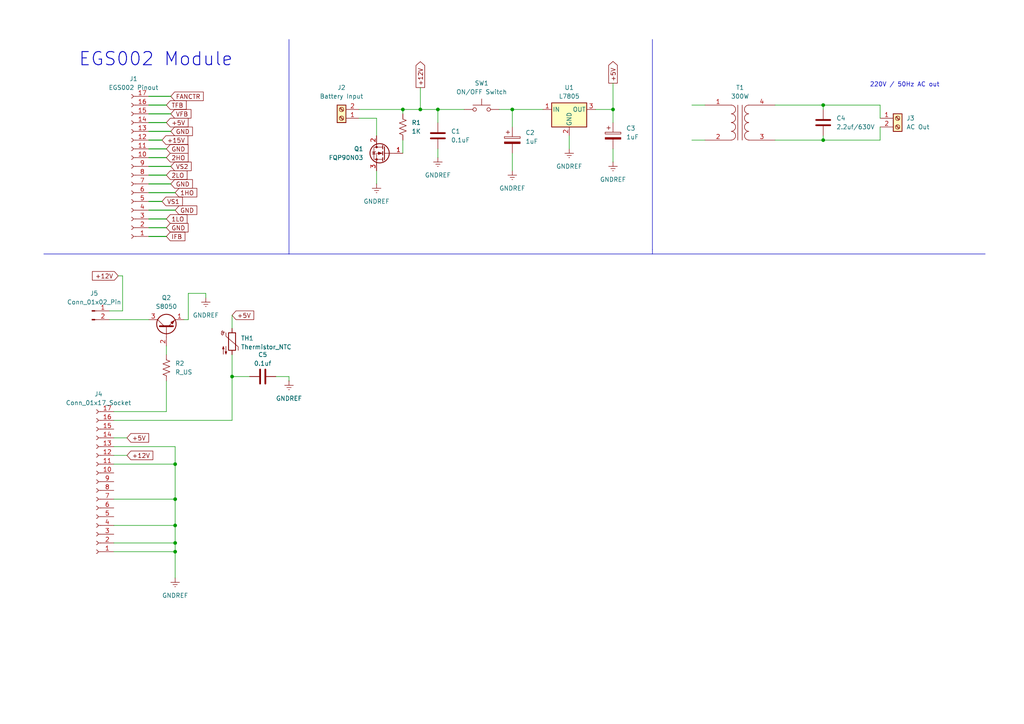
<source format=kicad_sch>
(kicad_sch (version 20250114) (generator "eeschema") (generator_version "9.0")
  (paper "A4")
  (lib_symbols
    (symbol "Connector:Conn_01x02_Pin" (pin_names (offset 1.016) (hide yes))
      (property "Reference" "J" (at 0 2.54 0))
      (property "Value" "Conn_01x02_Pin" (at 0 -5.08 0))
      (symbol "Conn_01x02_Pin_1_1"
        (rectangle (start 0.8636 0.127) (end 0 -0.127) (stroke (width 0.1524)) (fill (type outline)))
        (rectangle (start 0.8636 -2.413) (end 0 -2.667) (stroke (width 0.1524)) (fill (type outline)))
        (polyline (pts (xy 1.27 0) (xy 0.8636 0)) (stroke (width 0.1524)))
        (polyline (pts (xy 1.27 -2.54) (xy 0.8636 -2.54)) (stroke (width 0.1524)))
        (pin passive line (at 5.08 0 180) (length 3.81) (name "Pin_1") (number "1"))
        (pin passive line (at 5.08 -2.54 180) (length 3.81) (name "Pin_2") (number "2"))
      )
    )
    (symbol "Connector:Conn_01x17_Socket" (pin_names (offset 1.016) (hide yes))
      (property "Reference" "J" (at 0 22.86 0))
      (property "Value" "Conn_01x17_Socket" (at 0 -22.86 0))
      (symbol "Conn_01x17_Socket_1_1"
        (polyline (pts (xy -1.27 20.32) (xy -0.508 20.32)) (stroke (width 0.1524)))
        (polyline (pts (xy -1.27 17.78) (xy -0.508 17.78)) (stroke (width 0.1524)))
        (polyline (pts (xy -1.27 15.24) (xy -0.508 15.24)) (stroke (width 0.1524)))
        (polyline (pts (xy -1.27 12.7) (xy -0.508 12.7)) (stroke (width 0.1524)))
        (polyline (pts (xy -1.27 10.16) (xy -0.508 10.16)) (stroke (width 0.1524)))
        (polyline (pts (xy -1.27 7.62) (xy -0.508 7.62)) (stroke (width 0.1524)))
        (polyline (pts (xy -1.27 5.08) (xy -0.508 5.08)) (stroke (width 0.1524)))
        (polyline (pts (xy -1.27 2.54) (xy -0.508 2.54)) (stroke (width 0.1524)))
        (polyline (pts (xy -1.27 0) (xy -0.508 0)) (stroke (width 0.1524)))
        (polyline (pts (xy -1.27 -2.54) (xy -0.508 -2.54)) (stroke (width 0.1524)))
        (polyline (pts (xy -1.27 -5.08) (xy -0.508 -5.08)) (stroke (width 0.1524)))
        (polyline (pts (xy -1.27 -7.62) (xy -0.508 -7.62)) (stroke (width 0.1524)))
        (polyline (pts (xy -1.27 -10.16) (xy -0.508 -10.16)) (stroke (width 0.1524)))
        (polyline (pts (xy -1.27 -12.7) (xy -0.508 -12.7)) (stroke (width 0.1524)))
        (polyline (pts (xy -1.27 -15.24) (xy -0.508 -15.24)) (stroke (width 0.1524)))
        (polyline (pts (xy -1.27 -17.78) (xy -0.508 -17.78)) (stroke (width 0.1524)))
        (polyline (pts (xy -1.27 -20.32) (xy -0.508 -20.32)) (stroke (width 0.1524)))
        (arc (start 0 19.812) (mid -0.5058 20.32) (end 0 20.828) (stroke (width 0.1524)))
        (arc (start 0 17.272) (mid -0.5058 17.78) (end 0 18.288) (stroke (width 0.1524)))
        (arc (start 0 14.732) (mid -0.5058 15.24) (end 0 15.748) (stroke (width 0.1524)))
        (arc (start 0 12.192) (mid -0.5058 12.7) (end 0 13.208) (stroke (width 0.1524)))
        (arc (start 0 9.652) (mid -0.5058 10.16) (end 0 10.668) (stroke (width 0.1524)))
        (arc (start 0 7.112) (mid -0.5058 7.62) (end 0 8.128) (stroke (width 0.1524)))
        (arc (start 0 4.572) (mid -0.5058 5.08) (end 0 5.588) (stroke (width 0.1524)))
        (arc (start 0 2.032) (mid -0.5058 2.54) (end 0 3.048) (stroke (width 0.1524)))
        (arc (start 0 -0.508) (mid -0.5058 0) (end 0 0.508) (stroke (width 0.1524)))
        (arc (start 0 -3.048) (mid -0.5058 -2.54) (end 0 -2.032) (stroke (width 0.1524)))
        (arc (start 0 -5.588) (mid -0.5058 -5.08) (end 0 -4.572) (stroke (width 0.1524)))
        (arc (start 0 -8.128) (mid -0.5058 -7.62) (end 0 -7.112) (stroke (width 0.1524)))
        (arc (start 0 -10.668) (mid -0.5058 -10.16) (end 0 -9.652) (stroke (width 0.1524)))
        (arc (start 0 -13.208) (mid -0.5058 -12.7) (end 0 -12.192) (stroke (width 0.1524)))
        (arc (start 0 -15.748) (mid -0.5058 -15.24) (end 0 -14.732) (stroke (width 0.1524)))
        (arc (start 0 -18.288) (mid -0.5058 -17.78) (end 0 -17.272) (stroke (width 0.1524)))
        (arc (start 0 -20.828) (mid -0.5058 -20.32) (end 0 -19.812) (stroke (width 0.1524)))
        (pin passive line (at -5.08 20.32 0) (length 3.81) (name "Pin_1") (number "1"))
        (pin passive line (at -5.08 17.78 0) (length 3.81) (name "Pin_2") (number "2"))
        (pin passive line (at -5.08 15.24 0) (length 3.81) (name "Pin_3") (number "3"))
        (pin passive line (at -5.08 12.7 0) (length 3.81) (name "Pin_4") (number "4"))
        (pin passive line (at -5.08 10.16 0) (length 3.81) (name "Pin_5") (number "5"))
        (pin passive line (at -5.08 7.62 0) (length 3.81) (name "Pin_6") (number "6"))
        (pin passive line (at -5.08 5.08 0) (length 3.81) (name "Pin_7") (number "7"))
        (pin passive line (at -5.08 2.54 0) (length 3.81) (name "Pin_8") (number "8"))
        (pin passive line (at -5.08 0 0) (length 3.81) (name "Pin_9") (number "9"))
        (pin passive line (at -5.08 -2.54 0) (length 3.81) (name "Pin_10") (number "10"))
        (pin passive line (at -5.08 -5.08 0) (length 3.81) (name "Pin_11") (number "11"))
        (pin passive line (at -5.08 -7.62 0) (length 3.81) (name "Pin_12") (number "12"))
        (pin passive line (at -5.08 -10.16 0) (length 3.81) (name "Pin_13") (number "13"))
        (pin passive line (at -5.08 -12.7 0) (length 3.81) (name "Pin_14") (number "14"))
        (pin passive line (at -5.08 -15.24 0) (length 3.81) (name "Pin_15") (number "15"))
        (pin passive line (at -5.08 -17.78 0) (length 3.81) (name "Pin_16") (number "16"))
        (pin passive line (at -5.08 -20.32 0) (length 3.81) (name "Pin_17") (number "17"))
      )
    )
    (symbol "Connector:Screw_Terminal_01x02" (pin_names (offset 1.016) (hide yes))
      (property "Reference" "J" (at 0 2.54 0))
      (property "Value" "Screw_Terminal_01x02" (at 0 -5.08 0))
      (symbol "Screw_Terminal_01x02_1_1"
        (rectangle (start -1.27 1.27) (end 1.27 -3.81) (stroke (width 0.254)) (fill (type background)))
        (polyline (pts (xy -0.5334 0.3302) (xy 0.3302 -0.508)) (stroke (width 0.1524)))
        (polyline (pts (xy -0.5334 -2.2098) (xy 0.3302 -3.048)) (stroke (width 0.1524)))
        (polyline (pts (xy -0.3556 0.508) (xy 0.508 -0.3302)) (stroke (width 0.1524)))
        (polyline (pts (xy -0.3556 -2.032) (xy 0.508 -2.8702)) (stroke (width 0.1524)))
        (circle (center 0 0) (radius 0.635) (stroke (width 0.1524)))
        (circle (center 0 -2.54) (radius 0.635) (stroke (width 0.1524)))
        (pin passive line (at -5.08 0 0) (length 3.81) (name "Pin_1") (number "1"))
        (pin passive line (at -5.08 -2.54 0) (length 3.81) (name "Pin_2") (number "2"))
      )
    )
    (symbol "Device:C" (pin_numbers (hide yes)) (pin_names (offset 0.254))
      (property "Reference" "C" (at 0.635 2.54 0))
      (property "Value" "C" (at 0.635 -2.54 0))
      (symbol "C_0_1"
        (polyline (pts (xy -2.032 0.762) (xy 2.032 0.762)) (stroke (width 0.508)))
        (polyline (pts (xy -2.032 -0.762) (xy 2.032 -0.762)) (stroke (width 0.508)))
      )
      (symbol "C_1_1"
        (pin passive line (at 0 3.81 270) (length 2.794) (name "~") (number "1"))
        (pin passive line (at 0 -3.81 90) (length 2.794) (name "~") (number "2"))
      )
    )
    (symbol "Device:C_Polarized" (pin_numbers (hide yes)) (pin_names (offset 0.254))
      (property "Reference" "C" (at 0.635 2.54 0))
      (property "Value" "C_Polarized" (at 0.635 -2.54 0))
      (symbol "C_Polarized_0_1"
        (rectangle (start -2.286 0.508) (end 2.286 1.016))
        (polyline (pts (xy -1.778 2.286) (xy -0.762 2.286)))
        (polyline (pts (xy -1.27 2.794) (xy -1.27 1.778)))
        (rectangle (start 2.286 -0.508) (end -2.286 -1.016) (fill (type outline)))
      )
      (symbol "C_Polarized_1_1"
        (pin passive line (at 0 3.81 270) (length 2.794) (name "~") (number "1"))
        (pin passive line (at 0 -3.81 90) (length 2.794) (name "~") (number "2"))
      )
    )
    (symbol "Device:R_US" (pin_numbers (hide yes)) (pin_names (offset 0))
      (property "Reference" "R" (at 2.54 0 90))
      (property "Value" "R_US" (at -2.54 0 90))
      (symbol "R_US_0_1"
        (polyline (pts (xy 0 2.286) (xy 0 2.54)))
        (polyline (pts (xy 0 2.286) (xy 1.016 1.905) (xy 0 1.524) (xy -1.016 1.143) (xy 0 0.762)))
        (polyline (pts (xy 0 0.762) (xy 1.016 0.381) (xy 0 0) (xy -1.016 -0.381) (xy 0 -0.762)))
        (polyline (pts (xy 0 -0.762) (xy 1.016 -1.143) (xy 0 -1.524) (xy -1.016 -1.905) (xy 0 -2.286)))
        (polyline (pts (xy 0 -2.286) (xy 0 -2.54)))
      )
      (symbol "R_US_1_1"
        (pin passive line (at 0 3.81 270) (length 1.27) (name "~") (number "1"))
        (pin passive line (at 0 -3.81 90) (length 1.27) (name "~") (number "2"))
      )
    )
    (symbol "Device:Thermistor_NTC" (pin_numbers (hide yes)) (pin_names (offset 0))
      (property "Reference" "TH" (at -4.445 0 90))
      (property "Value" "Thermistor_NTC" (at 3.175 0 90))
      (symbol "Thermistor_NTC_0_1"
        (arc (start -3.175 2.413) (mid -3.0506 2.3165) (end -3.048 2.159))
        (arc (start -3.048 2.794) (mid -2.9736 2.9736) (end -2.794 3.048))
        (arc (start -2.794 3.048) (mid -2.6144 2.9736) (end -2.54 2.794))
        (arc (start -2.794 2.54) (mid -2.9736 2.6144) (end -3.048 2.794))
        (arc (start -2.794 1.905) (mid -2.9736 1.9794) (end -3.048 2.159))
        (arc (start -2.54 2.159) (mid -2.6144 1.9794) (end -2.794 1.905))
        (arc (start -2.159 2.794) (mid -2.434 2.5608) (end -2.794 2.54))
        (polyline (pts (xy -2.54 2.159) (xy -2.54 2.794)))
        (polyline (pts (xy -2.54 -3.683) (xy -2.54 -1.397) (xy -2.794 -2.159) (xy -2.286 -2.159) (xy -2.54 -1.397) (xy -2.54 -1.651)) (fill (type outline)))
        (polyline (pts (xy -1.778 2.54) (xy -1.778 1.524) (xy 1.778 -1.524) (xy 1.778 -2.54)))
        (polyline (pts (xy -1.778 -1.397) (xy -1.778 -3.683) (xy -2.032 -2.921) (xy -1.524 -2.921) (xy -1.778 -3.683) (xy -1.778 -3.429)) (fill (type outline)))
        (rectangle (start -1.016 2.54) (end 1.016 -2.54) (stroke (width 0.254)))
      )
      (symbol "Thermistor_NTC_1_1"
        (pin passive line (at 0 3.81 270) (length 1.27) (name "~") (number "1"))
        (pin passive line (at 0 -3.81 90) (length 1.27) (name "~") (number "2"))
      )
    )
    (symbol "Device:Transformer_1P_1S" (pin_names (offset 1.016) (hide yes))
      (property "Reference" "T" (at 0 6.35 0))
      (property "Value" "Transformer_1P_1S" (at 0 -7.62 0))
      (symbol "Transformer_1P_1S_0_1"
        (arc (start -1.27 3.81) (mid -1.656 2.9336) (end -2.54 2.5654))
        (arc (start -1.27 1.27) (mid -1.656 0.3936) (end -2.54 0.0254))
        (arc (start -1.27 -1.27) (mid -1.656 -2.1464) (end -2.54 -2.5146))
        (arc (start -1.27 -3.81) (mid -1.656 -4.6864) (end -2.54 -5.0546))
        (arc (start -2.54 5.08) (mid -1.642 4.708) (end -1.27 3.81))
        (arc (start -2.54 2.54) (mid -1.642 2.168) (end -1.27 1.27))
        (arc (start -2.54 0) (mid -1.642 -0.372) (end -1.27 -1.27))
        (arc (start -2.54 -2.54) (mid -1.642 -2.912) (end -1.27 -3.81))
        (polyline (pts (xy -0.635 5.08) (xy -0.635 -5.08)))
        (polyline (pts (xy 0.635 -5.08) (xy 0.635 5.08)))
        (arc (start 1.2954 3.81) (mid 1.6457 4.7117) (end 2.54 5.08))
        (arc (start 1.2954 1.27) (mid 1.6457 2.1717) (end 2.54 2.54))
        (arc (start 1.2954 -1.27) (mid 1.6457 -0.3683) (end 2.54 0))
        (arc (start 2.54 2.5654) (mid 1.6599 2.9299) (end 1.2954 3.81))
        (arc (start 2.54 0.0254) (mid 1.6599 0.3899) (end 1.2954 1.27))
        (arc (start 2.54 -2.5146) (mid 1.6599 -2.1501) (end 1.2954 -1.27))
        (arc (start 1.3208 -3.81) (mid 1.6711 -2.9085) (end 2.5654 -2.54))
        (arc (start 2.5654 -5.0546) (mid 1.6851 -4.6902) (end 1.3208 -3.81))
      )
      (symbol "Transformer_1P_1S_1_1"
        (pin passive line (at -10.16 5.08 0) (length 7.62) (name "AA") (number "1"))
        (pin passive line (at -10.16 -5.08 0) (length 7.62) (name "AB") (number "2"))
        (pin passive line (at 10.16 5.08 180) (length 7.62) (name "SB") (number "4"))
        (pin passive line (at 10.16 -5.08 180) (length 7.62) (name "SA") (number "3"))
      )
    )
    (symbol "Regulator_Linear:L7805" (pin_names (offset 0.254))
      (property "Reference" "U" (at -3.81 3.175 0))
      (property "Value" "L7805" (at 0 3.175 0))
      (symbol "L7805_0_1"
        (rectangle (start -5.08 1.905) (end 5.08 -5.08) (stroke (width 0.254)) (fill (type background)))
      )
      (symbol "L7805_1_1"
        (pin power_in line (at -7.62 0 0) (length 2.54) (name "IN") (number "1"))
        (pin power_in line (at 0 -7.62 90) (length 2.54) (name "GND") (number "2"))
        (pin power_out line (at 7.62 0 180) (length 2.54) (name "OUT") (number "3"))
      )
    )
    (symbol "Switch:SW_Push" (pin_numbers (hide yes)) (pin_names (offset 1.016) (hide yes))
      (property "Reference" "SW" (at 1.27 2.54 0))
      (property "Value" "SW_Push" (at 0 -1.524 0))
      (symbol "SW_Push_0_1"
        (circle (center -2.032 0) (radius 0.508))
        (polyline (pts (xy 0 1.27) (xy 0 3.048)))
        (circle (center 2.032 0) (radius 0.508))
        (polyline (pts (xy 2.54 1.27) (xy -2.54 1.27)))
        (pin passive line (at -5.08 0 0) (length 2.54) (name "1") (number "1"))
        (pin passive line (at 5.08 0 180) (length 2.54) (name "2") (number "2"))
      )
    )
    (symbol "Transistor_BJT:S8050" (pin_names (offset 0) (hide yes))
      (property "Reference" "Q" (at 5.08 1.905 0))
      (property "Value" "S8050" (at 5.08 0 0))
      (symbol "S8050_0_1"
        (polyline (pts (xy -2.54 0) (xy 0.635 0)))
        (polyline (pts (xy 0.635 1.905) (xy 0.635 -1.905)) (stroke (width 0.508)))
        (circle (center 1.27 0) (radius 2.8194) (stroke (width 0.254)))
      )
      (symbol "S8050_1_1"
        (polyline (pts (xy 0.635 0.635) (xy 2.54 2.54)))
        (polyline (pts (xy 0.635 -0.635) (xy 2.54 -2.54)))
        (polyline (pts (xy 1.27 -1.778) (xy 1.778 -1.27) (xy 2.286 -2.286) (xy 1.27 -1.778)) (fill (type outline)))
        (pin input line (at -5.08 0 0) (length 2.54) (name "B") (number "2"))
        (pin passive line (at 2.54 5.08 270) (length 2.54) (name "C") (number "3"))
        (pin passive line (at 2.54 -5.08 90) (length 2.54) (name "E") (number "1"))
      )
    )
    (symbol "Transistor_FET:IRF540N" (pin_names (hide yes))
      (property "Reference" "Q" (at 5.08 1.905 0))
      (property "Value" "IRF540N" (at 5.08 0 0))
      (symbol "IRF540N_0_1"
        (polyline (pts (xy 0.254 1.905) (xy 0.254 -1.905)) (stroke (width 0.254)))
        (polyline (pts (xy 0.254 0) (xy -2.54 0)))
        (polyline (pts (xy 0.762 2.286) (xy 0.762 1.27)) (stroke (width 0.254)))
        (polyline (pts (xy 0.762 0.508) (xy 0.762 -0.508)) (stroke (width 0.254)))
        (polyline (pts (xy 0.762 -1.27) (xy 0.762 -2.286)) (stroke (width 0.254)))
        (polyline (pts (xy 0.762 -1.778) (xy 3.302 -1.778) (xy 3.302 1.778) (xy 0.762 1.778)))
        (polyline (pts (xy 1.016 0) (xy 2.032 0.381) (xy 2.032 -0.381) (xy 1.016 0)) (fill (type outline)))
        (circle (center 1.651 0) (radius 2.794) (stroke (width 0.254)))
        (polyline (pts (xy 2.54 2.54) (xy 2.54 1.778)))
        (circle (center 2.54 1.778) (radius 0.254) (fill (type outline)))
        (circle (center 2.54 -1.778) (radius 0.254) (fill (type outline)))
        (polyline (pts (xy 2.54 -2.54) (xy 2.54 0) (xy 0.762 0)))
        (polyline (pts (xy 2.794 0.508) (xy 2.921 0.381) (xy 3.683 0.381) (xy 3.81 0.254)))
        (polyline (pts (xy 3.302 0.381) (xy 2.921 -0.254) (xy 3.683 -0.254) (xy 3.302 0.381)))
      )
      (symbol "IRF540N_1_1"
        (pin input line (at -5.08 0 0) (length 2.54) (name "G") (number "1"))
        (pin passive line (at 2.54 5.08 270) (length 2.54) (name "D") (number "2"))
        (pin passive line (at 2.54 -5.08 90) (length 2.54) (name "S") (number "3"))
      )
    )
    (symbol "power:GNDREF" (power) (pin_numbers (hide yes)) (pin_names (offset 0) (hide yes))
      (property "Value" "GNDREF" (at 0 -3.81 0))
      (symbol "GNDREF_0_1"
        (polyline (pts (xy -0.635 -1.905) (xy 0.635 -1.905)))
        (polyline (pts (xy -0.127 -2.54) (xy 0.127 -2.54)))
        (polyline (pts (xy 0 -1.27) (xy 0 0)))
        (polyline (pts (xy 1.27 -1.27) (xy -1.27 -1.27)))
      )
      (symbol "GNDREF_1_1"
        (pin power_in line (at 0 0 270) (length 0) (name "~") (number "1"))
      )
    )
  )
  (text "220V / 50Hz AC out " (at 262.89 24.638 0) (effects (font (size 1.27 1.27))))
  (text "EGS002 Module" (exclude_from_sim yes) (at 45.212 17.272 0) (effects (font (size 3.81 3.81) (thickness 0.254) (bold yes))))
  (junction (at 127 31.75))
  (junction (at 67.31 109.22))
  (junction (at 50.8 157.48))
  (junction (at 238.76 30.48))
  (junction (at 238.76 40.64))
  (junction (at 50.8 152.4))
  (junction (at 177.8 31.75))
  (junction (at 148.59 31.75))
  (junction (at 50.8 160.02))
  (junction (at 121.92 31.75))
  (junction (at 116.84 31.75))
  (junction (at 50.8 134.62))
  (junction (at 50.8 144.78))
  (wire (pts (xy 43.18 43.18) (xy 48.26 43.18)) (stroke (width 0.254)))
  (wire (pts (xy 43.18 30.48) (xy 48.26 30.48)) (stroke (width 0.254)))
  (wire (pts (xy 43.18 66.04) (xy 48.26 66.04)) (stroke (width 0.254)))
  (polyline (pts (xy 83.82 73.66) (xy 285.75 73.66)))
  (wire (pts (xy 116.84 31.75) (xy 116.84 33.02)))
  (wire (pts (xy 43.18 60.96) (xy 50.8 60.96)) (stroke (width 0.254)))
  (wire (pts (xy 148.59 31.75) (xy 157.48 31.75)))
  (wire (pts (xy 43.18 45.72) (xy 48.26 45.72)) (stroke (width 0.254)))
  (wire (pts (xy 43.18 38.1) (xy 49.53 38.1)) (stroke (width 0.254)))
  (wire (pts (xy 33.02 152.4) (xy 50.8 152.4)))
  (wire (pts (xy 109.22 49.53) (xy 109.22 53.34)))
  (wire (pts (xy 121.92 25.4) (xy 121.92 31.75)))
  (wire (pts (xy 50.8 144.78) (xy 50.8 152.4)))
  (wire (pts (xy 116.84 40.64) (xy 116.84 44.45)))
  (wire (pts (xy 67.31 109.22) (xy 67.31 102.87)))
  (wire (pts (xy 177.8 31.75) (xy 177.8 35.56)))
  (wire (pts (xy 80.01 109.22) (xy 83.82 109.22)))
  (wire (pts (xy 200.66 40.64) (xy 204.47 40.64)))
  (wire (pts (xy 43.18 68.58) (xy 48.26 68.58)) (stroke (width 0.254)))
  (wire (pts (xy 50.8 129.54) (xy 50.8 134.62)))
  (wire (pts (xy 165.1 39.37) (xy 165.1 43.18)))
  (wire (pts (xy 43.18 63.5) (xy 48.26 63.5)) (stroke (width 0.254)))
  (wire (pts (xy 33.02 144.78) (xy 50.8 144.78)))
  (wire (pts (xy 127 35.56) (xy 127 31.75)))
  (wire (pts (xy 177.8 24.13) (xy 177.8 31.75)))
  (wire (pts (xy 200.66 30.48) (xy 204.47 30.48)))
  (wire (pts (xy 238.76 31.75) (xy 238.76 30.48)))
  (wire (pts (xy 33.02 121.92) (xy 67.31 121.92)))
  (wire (pts (xy 50.8 152.4) (xy 50.8 157.48)))
  (wire (pts (xy 121.92 31.75) (xy 116.84 31.75)))
  (wire (pts (xy 238.76 39.37) (xy 238.76 40.64)))
  (wire (pts (xy 177.8 43.18) (xy 177.8 46.99)))
  (wire (pts (xy 34.29 80.01) (xy 35.56 80.01)))
  (wire (pts (xy 33.02 132.08) (xy 36.83 132.08)))
  (wire (pts (xy 144.78 31.75) (xy 148.59 31.75)))
  (wire (pts (xy 43.18 50.8) (xy 48.26 50.8)) (stroke (width 0.254)))
  (wire (pts (xy 104.14 31.75) (xy 116.84 31.75)))
  (wire (pts (xy 224.79 30.48) (xy 238.76 30.48)))
  (wire (pts (xy 35.56 90.17) (xy 31.75 90.17)))
  (wire (pts (xy 50.8 160.02) (xy 50.8 167.64)))
  (wire (pts (xy 54.61 92.71) (xy 54.61 85.09)))
  (wire (pts (xy 43.18 48.26) (xy 49.53 48.26)) (stroke (width 0.254)))
  (wire (pts (xy 127 43.18) (xy 127 45.72)))
  (wire (pts (xy 67.31 91.44) (xy 67.31 95.25)))
  (wire (pts (xy 33.02 129.54) (xy 50.8 129.54)))
  (wire (pts (xy 67.31 121.92) (xy 67.31 109.22)))
  (wire (pts (xy 238.76 40.64) (xy 255.27 40.64)))
  (polyline (pts (xy 83.82 11.43) (xy 83.82 73.66)))
  (wire (pts (xy 43.18 53.34) (xy 49.53 53.34)) (stroke (width 0.254)))
  (polyline (pts (xy 189.23 11.43) (xy 189.23 72.39)))
  (wire (pts (xy 43.18 55.88) (xy 50.8 55.88)) (stroke (width 0.254)))
  (wire (pts (xy 43.18 35.56) (xy 48.26 35.56)) (stroke (width 0.254)))
  (wire (pts (xy 33.02 127) (xy 36.83 127)))
  (wire (pts (xy 104.14 34.29) (xy 109.22 34.29)))
  (wire (pts (xy 50.8 134.62) (xy 50.8 144.78)))
  (wire (pts (xy 59.69 85.09) (xy 59.69 86.36)))
  (wire (pts (xy 33.02 160.02) (xy 50.8 160.02)))
  (wire (pts (xy 43.18 40.64) (xy 46.99 40.64)) (stroke (width 0.254)))
  (wire (pts (xy 33.02 134.62) (xy 50.8 134.62)))
  (wire (pts (xy 54.61 85.09) (xy 59.69 85.09)))
  (wire (pts (xy 43.18 27.94) (xy 49.53 27.94)) (stroke (width 0.254)))
  (wire (pts (xy 109.22 34.29) (xy 109.22 39.37)))
  (wire (pts (xy 35.56 80.01) (xy 35.56 90.17)))
  (wire (pts (xy 67.31 109.22) (xy 72.39 109.22)))
  (wire (pts (xy 50.8 157.48) (xy 50.8 160.02)))
  (wire (pts (xy 224.79 40.64) (xy 238.76 40.64)))
  (wire (pts (xy 48.26 100.33) (xy 48.26 102.87)))
  (wire (pts (xy 255.27 40.64) (xy 255.27 36.83)))
  (wire (pts (xy 83.82 109.22) (xy 83.82 110.49)))
  (wire (pts (xy 33.02 157.48) (xy 50.8 157.48)))
  (wire (pts (xy 172.72 31.75) (xy 177.8 31.75)))
  (wire (pts (xy 148.59 31.75) (xy 148.59 36.83)))
  (polyline (pts (xy 12.7 73.66) (xy 83.82 73.66)))
  (wire (pts (xy 48.26 119.38) (xy 33.02 119.38)))
  (wire (pts (xy 53.34 92.71) (xy 54.61 92.71)))
  (polyline (pts (xy 189.23 72.39) (xy 189.23 73.66)))
  (wire (pts (xy 48.26 110.49) (xy 48.26 119.38)))
  (wire (pts (xy 31.75 92.71) (xy 43.18 92.71)))
  (wire (pts (xy 148.59 44.45) (xy 148.59 49.53)))
  (wire (pts (xy 238.76 30.48) (xy 255.27 30.48)))
  (wire (pts (xy 255.27 30.48) (xy 255.27 34.29)))
  (wire (pts (xy 43.18 33.02) (xy 49.53 33.02)) (stroke (width 0.254)))
  (wire (pts (xy 43.18 58.42) (xy 46.99 58.42)) (stroke (width 0.254)))
  (wire (pts (xy 127 31.75) (xy 121.92 31.75)))
  (wire (pts (xy 127 31.75) (xy 134.62 31.75)))
  (global_label "1HO" (shape input) (at 50.8 55.88 0) (property "Intersheetrefs" "${INTERSHEET_REFS}" (effects (hide yes))))
  (global_label "2LO" (shape input) (at 48.26 50.8 0) (property "Intersheetrefs" "${INTERSHEET_REFS}" (effects (hide yes))))
  (global_label "+5V" (shape input) (at 67.31 91.44 0) (property "Intersheetrefs" "${INTERSHEET_REFS}" (effects (hide yes))))
  (global_label "+15V" (shape input) (at 46.99 40.64 0) (property "Intersheetrefs" "${INTERSHEET_REFS}" (effects (hide yes))))
  (global_label "GND" (shape input) (at 48.26 43.18 0) (property "Intersheetrefs" "${INTERSHEET_REFS}" (effects (hide yes))))
  (global_label "VFB" (shape input) (at 49.53 33.02 0) (property "Intersheetrefs" "${INTERSHEET_REFS}" (effects (hide yes))))
  (global_label "+12V" (shape input) (at 34.29 80.01 180) (property "Intersheetrefs" "${INTERSHEET_REFS}" (effects (hide yes))))
  (global_label "GND" (shape input) (at 48.26 66.04 0) (property "Intersheetrefs" "${INTERSHEET_REFS}" (effects (hide yes))))
  (global_label "+5V" (shape input) (at 36.83 127 0) (property "Intersheetrefs" "${INTERSHEET_REFS}" (effects (hide yes))))
  (global_label "+5V" (shape output) (at 177.8 24.13 90) (effects (font (thickness 0.1588))) (property "Intersheetrefs" "${INTERSHEET_REFS}" (effects (hide yes))))
  (global_label "TFB" (shape input) (at 48.26 30.48 0) (property "Intersheetrefs" "${INTERSHEET_REFS}" (effects (hide yes))))
  (global_label "GND" (shape input) (at 49.53 53.34 0) (property "Intersheetrefs" "${INTERSHEET_REFS}" (effects (hide yes))))
  (global_label "2HO" (shape input) (at 48.26 45.72 0) (property "Intersheetrefs" "${INTERSHEET_REFS}" (effects (hide yes))))
  (global_label "+12V" (shape input) (at 36.83 132.08 0) (property "Intersheetrefs" "${INTERSHEET_REFS}" (effects (hide yes))))
  (global_label "1LO" (shape input) (at 48.26 63.5 0) (property "Intersheetrefs" "${INTERSHEET_REFS}" (effects (hide yes))))
  (global_label "GND" (shape input) (at 50.8 60.96 0) (property "Intersheetrefs" "${INTERSHEET_REFS}" (effects (hide yes))))
  (global_label "GND" (shape input) (at 49.53 38.1 0) (property "Intersheetrefs" "${INTERSHEET_REFS}" (effects (hide yes))))
  (global_label "VS1" (shape input) (at 46.99 58.42 0) (property "Intersheetrefs" "${INTERSHEET_REFS}" (effects (hide yes))))
  (global_label "FANCTR" (shape input) (at 49.53 27.94 0) (property "Intersheetrefs" "${INTERSHEET_REFS}" (effects (hide yes))))
  (global_label "+5V" (shape input) (at 48.26 35.56 0) (property "Intersheetrefs" "${INTERSHEET_REFS}" (effects (hide yes))))
  (global_label "IFB" (shape input) (at 48.26 68.58 0) (property "Intersheetrefs" "${INTERSHEET_REFS}" (effects (hide yes))))
  (global_label "VS2" (shape input) (at 49.53 48.26 0) (property "Intersheetrefs" "${INTERSHEET_REFS}" (effects (hide yes))))
  (global_label "+12V" (shape output) (at 121.92 25.4 90) (effects (font (thickness 0.1588))) (property "Intersheetrefs" "${INTERSHEET_REFS}" (effects (hide yes))))
  (symbol (lib_id "power:GNDREF") (at 177.8 46.99 0) (unit 1)
    (property "Reference" "#PWR05" (effects (hide yes)))
    (property "Value" "GNDREF" (at 177.8 52.07 0))
    (property "Description" "Power symbol creates a global label with name \"GNDREF\" , reference supply ground" (effects (hide yes)))
  )
  (symbol (lib_id "Transistor_BJT:S8050") (at 48.26 95.25 90) (unit 1)
    (property "Reference" "Q2" (at 48.26 86.36 90))
    (property "Value" "S8050" (at 48.26 88.9 90))
    (property "Footprint" "Package_TO_SOT_THT:TO-92_Inline" (effects (hide yes)))
    (property "Datasheet" "http://www.unisonic.com.tw/datasheet/S8050.pdf" (effects (hide yes)))
    (property "Description" "0.7A Ic, 20V Vce, Low Voltage High Current NPN Transistor, TO-92" (effects (hide yes)))
    (property "Sim.Device" "NPN" (effects (hide yes)))
    (property "Sim.Pins" "1=E 2=B 3=C" (effects (hide yes)))
  )
  (symbol (lib_id "Device:C_Polarized") (at 148.59 40.64 0) (unit 1)
    (property "Reference" "C2" (at 152.4 38.4809 0) (effects (justify left)))
    (property "Value" "1uF" (at 152.4 41.0209 0) (effects (justify left)))
    (property "Footprint" "Capacitor_THT:CP_Radial_D4.0mm_P1.50mm" (effects (hide yes)))
    (property "Description" "Polarized capacitor" (effects (hide yes)))
  )
  (symbol (lib_id "power:GNDREF") (at 109.22 53.34 0) (unit 1)
    (property "Reference" "#PWR01" (effects (hide yes)))
    (property "Value" "GNDREF" (at 109.22 58.42 0))
    (property "Description" "Power symbol creates a global label with name \"GNDREF\" , reference supply ground" (effects (hide yes)))
  )
  (symbol (lib_id "power:GNDREF") (at 127 45.72 0) (unit 1)
    (property "Reference" "#PWR02" (effects (hide yes)))
    (property "Value" "GNDREF" (at 127 50.8 0))
    (property "Description" "Power symbol creates a global label with name \"GNDREF\" , reference supply ground" (effects (hide yes)))
  )
  (symbol (lib_id "Device:C") (at 238.76 35.56 0) (unit 1)
    (property "Reference" "C4" (at 242.57 34.2899 0) (effects (justify left)))
    (property "Value" "2.2uf/630V" (at 242.57 36.8299 0) (effects (justify left)))
    (property "Description" "Unpolarized capacitor" (effects (hide yes)))
  )
  (symbol (lib_id "Device:C") (at 127 39.37 0) (unit 1)
    (property "Reference" "C1" (at 130.81 38.0999 0) (effects (justify left)))
    (property "Value" "0.1uF" (at 130.81 40.6399 0) (effects (justify left)))
    (property "Footprint" "Capacitor_THT:C_Disc_D3.0mm_W1.6mm_P2.50mm" (effects (hide yes)))
    (property "Description" "Unpolarized capacitor" (effects (hide yes)))
  )
  (symbol (lib_id "Device:R_US") (at 48.26 106.68 180) (unit 1)
    (property "Reference" "R2" (at 50.8 105.4099 0) (effects (justify right)))
    (property "Value" "R_US" (at 50.8 107.9499 0) (effects (justify right)))
    (property "Description" "Resistor, US symbol" (effects (hide yes)))
  )
  (symbol (lib_id "power:GNDREF") (at 148.59 49.53 0) (unit 1)
    (property "Reference" "#PWR03" (effects (hide yes)))
    (property "Value" "GNDREF" (at 148.59 54.61 0))
    (property "Description" "Power symbol creates a global label with name \"GNDREF\" , reference supply ground" (effects (hide yes)))
  )
  (symbol (lib_id "Connector:Conn_01x17_Socket") (at 27.94 139.7 180) (unit 1)
    (property "Reference" "J4" (at 28.575 114.3 0))
    (property "Value" "Conn_01x17_Socket" (at 28.575 116.84 0))
    (property "Description" "Generic connector, single row, 01x17, script generated" (effects (hide yes)))
  )
  (symbol (lib_id "Connector:Screw_Terminal_01x02") (at 99.06 34.29 180) (unit 1)
    (property "Reference" "J2" (at 99.06 25.4 0))
    (property "Value" "Battery Input" (at 99.06 27.94 0))
    (property "Footprint" "TerminalBlock_Phoenix:TerminalBlock_Phoenix_MKDS-1,5-2_1x02_P5.00mm_Horizontal" (effects (hide yes)))
    (property "Description" "Generic screw terminal, single row, 01x02, script generated (kicad-library-utils/schlib/autogen/connector/)" (effects (hide yes)))
  )
  (symbol (lib_id "power:GNDREF") (at 165.1 43.18 0) (unit 1)
    (property "Reference" "#PWR04" (effects (hide yes)))
    (property "Value" "GNDREF" (at 165.1 48.26 0))
    (property "Description" "Power symbol creates a global label with name \"GNDREF\" , reference supply ground" (effects (hide yes)))
  )
  (symbol (lib_id "Device:Transformer_1P_1S") (at 214.63 35.56 0) (unit 1)
    (property "Reference" "T1" (at 214.6427 25.4 0))
    (property "Value" "300W" (at 214.6427 27.94 0))
    (property "Description" "Transformer, single primary, single secondary" (effects (hide yes)))
  )
  (symbol (lib_id "power:GNDREF") (at 50.8 167.64 0) (unit 1)
    (property "Reference" "#PWR08" (effects (hide yes)))
    (property "Value" "GNDREF" (at 50.8 172.72 0))
    (property "Description" "Power symbol creates a global label with name \"GNDREF\" , reference supply ground" (effects (hide yes)))
  )
  (symbol (lib_id "Regulator_Linear:L7805") (at 165.1 31.75 0) (unit 1)
    (property "Reference" "U1" (at 165.1 25.4 0))
    (property "Value" "L7805" (at 165.1 27.94 0))
    (property "Footprint" "Package_TO_SOT_THT:TO-220-3_Vertical" (effects (hide yes)))
    (property "Datasheet" "http://www.st.com/content/ccc/resource/technical/document/datasheet/41/4f/b3/b0/12/d4/47/88/CD00000444.pdf/files/CD00000444.pdf/jcr:content/translations/en.CD00000444.pdf" (effects (hide yes)))
    (property "Description" "Positive 1.5A 35V Linear Regulator, Fixed Output 5V, TO-220/TO-263/TO-252" (effects (hide yes)))
  )
  (symbol (lib_id "Device:C") (at 76.2 109.22 270) (unit 1)
    (property "Reference" "C5" (at 76.2 102.87 90))
    (property "Value" "0.1uf" (at 76.2 105.41 90))
    (property "Description" "Unpolarized capacitor" (effects (hide yes)))
  )
  (symbol (lib_id "Device:C_Polarized") (at 177.8 39.37 0) (unit 1)
    (property "Reference" "C3" (at 181.61 37.2109 0) (effects (justify left)))
    (property "Value" "1uF" (at 181.61 39.7509 0) (effects (justify left)))
    (property "Footprint" "Capacitor_THT:CP_Radial_D4.0mm_P1.50mm" (effects (hide yes)))
    (property "Description" "Polarized capacitor" (effects (hide yes)))
  )
  (symbol (lib_id "power:GNDREF") (at 59.69 86.36 0) (unit 1)
    (property "Reference" "#PWR06" (effects (hide yes)))
    (property "Value" "GNDREF" (at 59.69 91.44 0))
    (property "Description" "Power symbol creates a global label with name \"GNDREF\" , reference supply ground" (effects (hide yes)))
  )
  (symbol (lib_id "Connector:Screw_Terminal_01x02") (at 260.35 34.29 0) (unit 1)
    (property "Reference" "J3" (at 262.89 34.2899 0) (effects (justify left)))
    (property "Value" "AC Out" (at 262.89 36.8299 0) (effects (justify left)))
    (property "Description" "Generic screw terminal, single row, 01x02, script generated (kicad-library-utils/schlib/autogen/connector/)" (effects (hide yes)))
  )
  (symbol (lib_id "Transistor_FET:IRF540N") (at 111.76 44.45 0) (mirror y) (unit 1)
    (property "Reference" "Q1" (at 105.41 43.1799 0) (effects (justify left)))
    (property "Value" "FQP90N03" (at 105.41 45.7199 0) (effects (justify left)))
    (property "Footprint" "Package_TO_SOT_THT:TO-220-3_Vertical" (effects (hide yes)))
    (property "Datasheet" "http://www.irf.com/product-info/datasheets/data/irf540n.pdf" (effects (hide yes)))
    (property "Description" "33A Id, 100V Vds, HEXFET N-Channel MOSFET, TO-220" (effects (hide yes)))
  )
  (symbol (lib_id "Connector:Conn_01x02_Pin") (at 26.67 90.17 0) (unit 1)
    (property "Reference" "J5" (at 27.305 85.09 0))
    (property "Value" "Conn_01x02_Pin" (at 27.305 87.63 0))
    (property "Description" "Generic connector, single row, 01x02, script generated" (effects (hide yes)))
  )
  (symbol (lib_id "Switch:SW_Push") (at 139.7 31.75 0) (unit 1)
    (property "Reference" "SW1" (at 139.7 24.13 0))
    (property "Value" "ON/OFF Switch" (at 139.7 26.67 0))
    (property "Footprint" "Connector_PinHeader_2.54mm:PinHeader_1x02_P2.54mm_Vertical" (effects (hide yes)))
    (property "Description" "Push button switch, generic, two pins" (effects (hide yes)))
  )
  (symbol (lib_id "Device:Thermistor_NTC") (at 67.31 99.06 0) (unit 1)
    (property "Reference" "TH1" (at 69.85 98.1074 0) (effects (justify left)))
    (property "Value" "Thermistor_NTC" (at 69.85 100.6474 0) (effects (justify left)))
    (property "Description" "Temperature dependent resistor, negative temperature coefficient" (effects (hide yes)))
  )
  (symbol (lib_id "Device:R_US") (at 116.84 36.83 0) (unit 1)
    (property "Reference" "R1" (at 119.38 35.5599 0) (effects (justify left)))
    (property "Value" "1K" (at 119.38 38.0999 0) (effects (justify left)))
    (property "Footprint" "Resistor_THT:R_Axial_DIN0204_L3.6mm_D1.6mm_P7.62mm_Horizontal" (effects (hide yes)))
    (property "Description" "Resistor, US symbol" (effects (hide yes)))
  )
  (symbol (lib_id "Connector:Conn_01x17_Socket") (at 38.1 48.26 180) (unit 1)
    (property "Reference" "J1" (at 38.735 22.86 0))
    (property "Value" "EGS002 Pinout" (at 38.735 25.4 0))
    (property "Footprint" "Connector_PinHeader_2.54mm:PinHeader_1x17_P2.54mm_Vertical" (effects (hide yes)))
    (property "Description" "Generic connector, single row, 01x17, script generated" (effects (hide yes)))
  )
  (symbol (lib_id "power:GNDREF") (at 83.82 110.49 0) (unit 1)
    (property "Reference" "#PWR07" (effects (hide yes)))
    (property "Value" "GNDREF" (at 83.82 115.57 0))
    (property "Description" "Power symbol creates a global label with name \"GNDREF\" , reference supply ground" (effects (hide yes)))
  )
)
</source>
